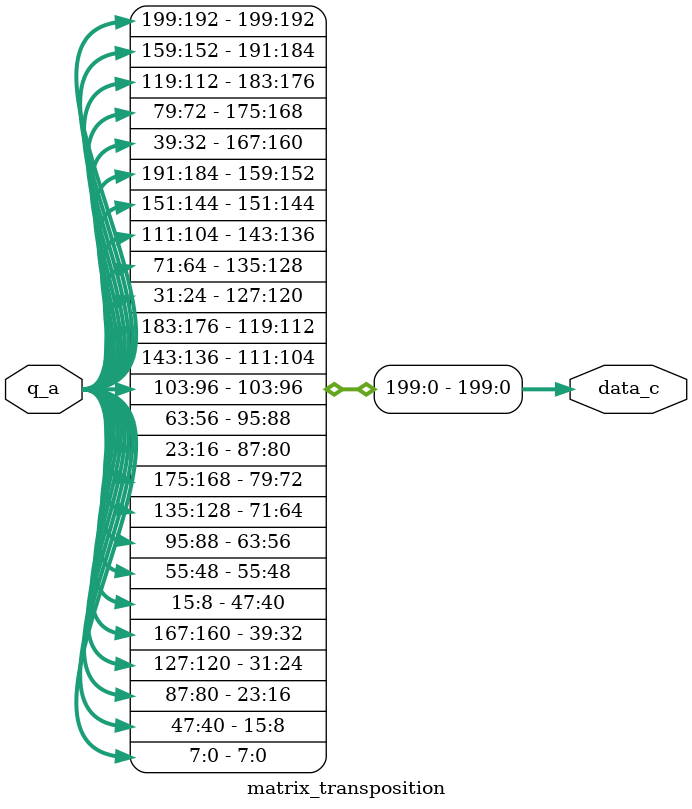
<source format=v>
module matrix_transposition(
    input [255:0] q_a,
    output wire [255:0] data_c
);

	genvar i, j;
		generate
		for (j = 0; j < 5; j = j + 1) begin : linha
			for (i = 0; i < 5; i = i + 1) begin : coluna
				assign data_c[(8*i)+(40*j)+:8] = q_a[(40*i)+(8*j) +:8];
			end
		end
	endgenerate

endmodule
</source>
